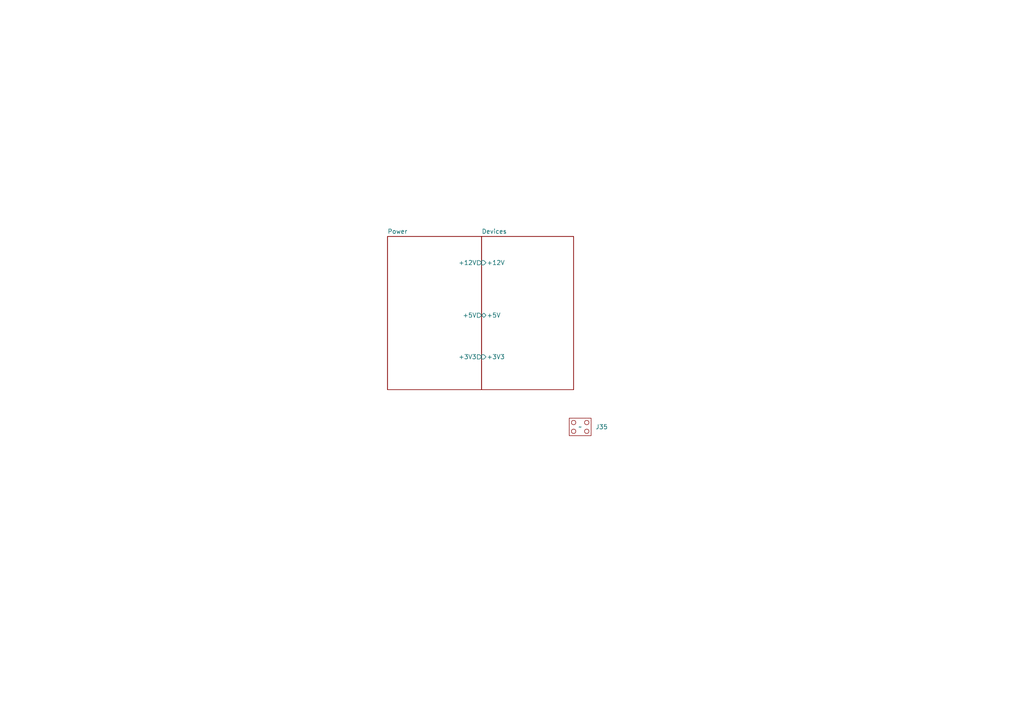
<source format=kicad_sch>
(kicad_sch (version 20230121) (generator eeschema)
  (paper "A4")
  (title_block (title "NewSkyF7-Air") (date "2023-12-01") (rev "1.0V"))
  (lib_symbols
    (symbol "Power_System:Outline"
      (property "Reference" "J" (at 0 0 0))
      (symbol "Outline_0_1"
        (rectangle (start -3.175 2.54) (end 3.175 -2.54))
        (circle (center -1.905 -1.27) (radius 0.635))
        (circle (center -1.905 1.27) (radius 0.635))
        (circle (center 1.905 -1.27) (radius 0.635))
        (circle (center 1.905 1.27) (radius 0.635))
      )
    )
  )
  (symbol (lib_id "Power_System:Outline") (at 168.275 123.825 0) (unit 1)
    (property "Reference" "J35" (at 172.72 123.825 0) (effects (justify left)))
    (property "Value" "~" (at 168.275 123.825 0))
    (property "Footprint" "Outline:NewSkyF7" (effects hide))
  )
  (sheet (at 139.7 68.58) (size 26.67 44.45) (stroke (width 0.1524))
    (property "Sheetname" "Devices" (at 139.7 67.8684 0) (effects (justify left bottom)))
    (property "Sheetfile" "Devices.kicad_sch" (effects hide))
    (pin "+12V" input (at 139.7 76.2 180))
    (pin "+5V" bidirectional (at 139.7 91.44 180))
    (pin "+3V3" input (at 139.7 103.505 180))
  )
  (sheet (at 112.395 68.58) (size 27.305 44.45) (stroke (width 0.1524))
    (property "Sheetname" "Power" (at 112.395 67.8684 0) (effects (justify left bottom)))
    (property "Sheetfile" "Power.kicad_sch" (effects hide))
    (pin "+12V" output (at 139.7 76.2 0))
    (pin "+3V3" output (at 139.7 103.505 0))
    (pin "+5V" output (at 139.7 91.44 0))
  )
)
</source>
